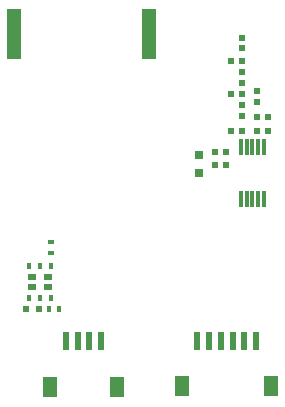
<source format=gbr>
G04 #@! TF.FileFunction,Paste,Top*
%FSLAX46Y46*%
G04 Gerber Fmt 4.6, Leading zero omitted, Abs format (unit mm)*
G04 Created by KiCad (PCBNEW 4.0.7-e2-6376~58~ubuntu16.04.1) date Sat Jul  7 10:01:01 2018*
%MOMM*%
%LPD*%
G01*
G04 APERTURE LIST*
%ADD10C,0.100000*%
%ADD11R,0.750000X0.800000*%
%ADD12R,0.500000X0.600000*%
%ADD13R,0.600000X1.550000*%
%ADD14R,1.200000X1.800000*%
%ADD15R,0.400000X0.600000*%
%ADD16R,0.600000X0.400000*%
%ADD17R,0.300000X1.400000*%
%ADD18R,0.450000X0.630000*%
%ADD19R,0.780000X0.510000*%
%ADD20R,0.500000X0.500000*%
%ADD21R,0.600000X0.500000*%
%ADD22R,1.150000X4.200000*%
G04 APERTURE END LIST*
D10*
D11*
X155280000Y-88990000D03*
X155280000Y-90490000D03*
D12*
X157520000Y-89870000D03*
X157520000Y-88770000D03*
X156580000Y-89870000D03*
X156580000Y-88770000D03*
D13*
X155080000Y-104702500D03*
X156080000Y-104702500D03*
X157080000Y-104702500D03*
X158080000Y-104702500D03*
X159080000Y-104702500D03*
X160080000Y-104702500D03*
D14*
X153780000Y-108577500D03*
X161380000Y-108577500D03*
D15*
X142530000Y-102070000D03*
X143430000Y-102070000D03*
D16*
X142730000Y-96395000D03*
X142730000Y-97295000D03*
D17*
X160770000Y-88320000D03*
X160270000Y-88320000D03*
X159770000Y-88320000D03*
X159270000Y-88320000D03*
X158770000Y-88320000D03*
X158770000Y-92720000D03*
X159270000Y-92720000D03*
X159770000Y-92720000D03*
X160270000Y-92720000D03*
X160770000Y-92720000D03*
D18*
X142730000Y-98380000D03*
X141780000Y-98380000D03*
X140830000Y-98380000D03*
X140830000Y-101060000D03*
X141780000Y-101060000D03*
X142730000Y-101060000D03*
D19*
X141130000Y-100145000D03*
X142430000Y-100145000D03*
X141130000Y-99295000D03*
X142430000Y-99295000D03*
D20*
X158900000Y-79970000D03*
X158900000Y-79050000D03*
X158900000Y-81000000D03*
X157980000Y-81000000D03*
X160160000Y-85770000D03*
X161080000Y-85770000D03*
X158900000Y-83840000D03*
X157980000Y-83840000D03*
X158900000Y-85720000D03*
X158900000Y-84800000D03*
X158900000Y-82880000D03*
X158900000Y-81960000D03*
X160160000Y-84530000D03*
X160160000Y-83610000D03*
X160160000Y-86970000D03*
X161080000Y-86970000D03*
X157980000Y-86970000D03*
X158900000Y-86970000D03*
D21*
X141705000Y-102070000D03*
X140605000Y-102070000D03*
D13*
X143960000Y-104732500D03*
X144960000Y-104732500D03*
X145960000Y-104732500D03*
X146960000Y-104732500D03*
D14*
X142660000Y-108607500D03*
X148260000Y-108607500D03*
D22*
X139545000Y-78760000D03*
X150995000Y-78760000D03*
M02*

</source>
